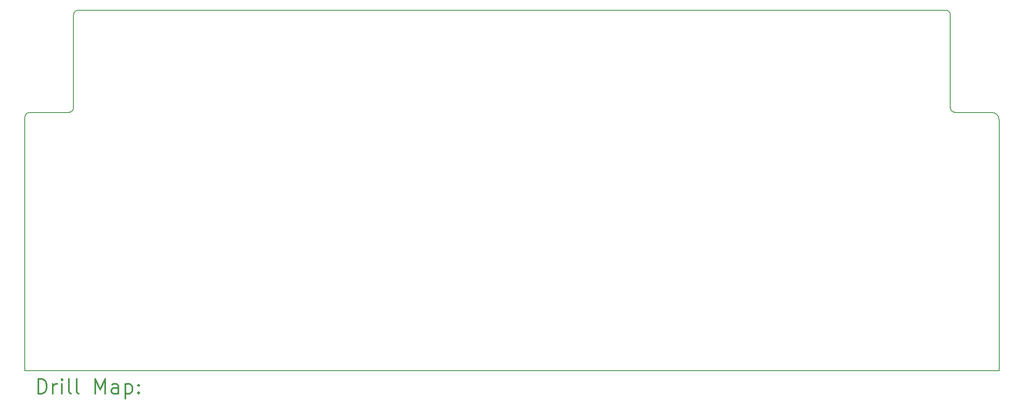
<source format=gbr>
%FSLAX45Y45*%
G04 Gerber Fmt 4.5, Leading zero omitted, Abs format (unit mm)*
G04 Created by KiCad (PCBNEW (5.0.1)-3) date 12/04/2019 13:23:11*
%MOMM*%
%LPD*%
G01*
G04 APERTURE LIST*
%ADD10C,0.200000*%
%ADD11C,0.300000*%
G04 APERTURE END LIST*
D10*
X4300000Y-6000000D02*
X4300000Y-7900000D01*
X22300000Y-6000000D02*
X22300000Y-7900000D01*
X22400000Y-8000000D02*
X23150000Y-8000000D01*
X22400000Y-8000000D02*
G75*
G02X22300000Y-7900000I0J100000D01*
G01*
X3400000Y-8000000D02*
X4200000Y-8000000D01*
X4300000Y-7900000D02*
G75*
G02X4200000Y-8000000I-100000J0D01*
G01*
X22200000Y-5900000D02*
X4400000Y-5900000D01*
X22200000Y-5900000D02*
G75*
G02X22300000Y-6000000I0J-100000D01*
G01*
X4300000Y-6000000D02*
G75*
G02X4400000Y-5900000I100000J0D01*
G01*
X3300000Y-9300000D02*
X3300000Y-8100000D01*
X3300000Y-8100000D02*
G75*
G02X3400000Y-8000000I100000J0D01*
G01*
X23300000Y-8150000D02*
X23300000Y-9300000D01*
X23300000Y-9300000D02*
X23300000Y-13300000D01*
X3300000Y-13300000D02*
X23300000Y-13300000D01*
X23150000Y-8000000D02*
G75*
G02X23300000Y-8150000I0J-150000D01*
G01*
X3300000Y-9300000D02*
X3300000Y-13300000D01*
D10*
D11*
X3576428Y-13775714D02*
X3576428Y-13475714D01*
X3647857Y-13475714D01*
X3690714Y-13490000D01*
X3719286Y-13518571D01*
X3733571Y-13547143D01*
X3747857Y-13604286D01*
X3747857Y-13647143D01*
X3733571Y-13704286D01*
X3719286Y-13732857D01*
X3690714Y-13761429D01*
X3647857Y-13775714D01*
X3576428Y-13775714D01*
X3876428Y-13775714D02*
X3876428Y-13575714D01*
X3876428Y-13632857D02*
X3890714Y-13604286D01*
X3905000Y-13590000D01*
X3933571Y-13575714D01*
X3962143Y-13575714D01*
X4062143Y-13775714D02*
X4062143Y-13575714D01*
X4062143Y-13475714D02*
X4047857Y-13490000D01*
X4062143Y-13504286D01*
X4076428Y-13490000D01*
X4062143Y-13475714D01*
X4062143Y-13504286D01*
X4247857Y-13775714D02*
X4219286Y-13761429D01*
X4205000Y-13732857D01*
X4205000Y-13475714D01*
X4405000Y-13775714D02*
X4376428Y-13761429D01*
X4362143Y-13732857D01*
X4362143Y-13475714D01*
X4747857Y-13775714D02*
X4747857Y-13475714D01*
X4847857Y-13690000D01*
X4947857Y-13475714D01*
X4947857Y-13775714D01*
X5219286Y-13775714D02*
X5219286Y-13618571D01*
X5205000Y-13590000D01*
X5176428Y-13575714D01*
X5119286Y-13575714D01*
X5090714Y-13590000D01*
X5219286Y-13761429D02*
X5190714Y-13775714D01*
X5119286Y-13775714D01*
X5090714Y-13761429D01*
X5076428Y-13732857D01*
X5076428Y-13704286D01*
X5090714Y-13675714D01*
X5119286Y-13661429D01*
X5190714Y-13661429D01*
X5219286Y-13647143D01*
X5362143Y-13575714D02*
X5362143Y-13875714D01*
X5362143Y-13590000D02*
X5390714Y-13575714D01*
X5447857Y-13575714D01*
X5476428Y-13590000D01*
X5490714Y-13604286D01*
X5505000Y-13632857D01*
X5505000Y-13718571D01*
X5490714Y-13747143D01*
X5476428Y-13761429D01*
X5447857Y-13775714D01*
X5390714Y-13775714D01*
X5362143Y-13761429D01*
X5633571Y-13747143D02*
X5647857Y-13761429D01*
X5633571Y-13775714D01*
X5619286Y-13761429D01*
X5633571Y-13747143D01*
X5633571Y-13775714D01*
X5633571Y-13590000D02*
X5647857Y-13604286D01*
X5633571Y-13618571D01*
X5619286Y-13604286D01*
X5633571Y-13590000D01*
X5633571Y-13618571D01*
M02*

</source>
